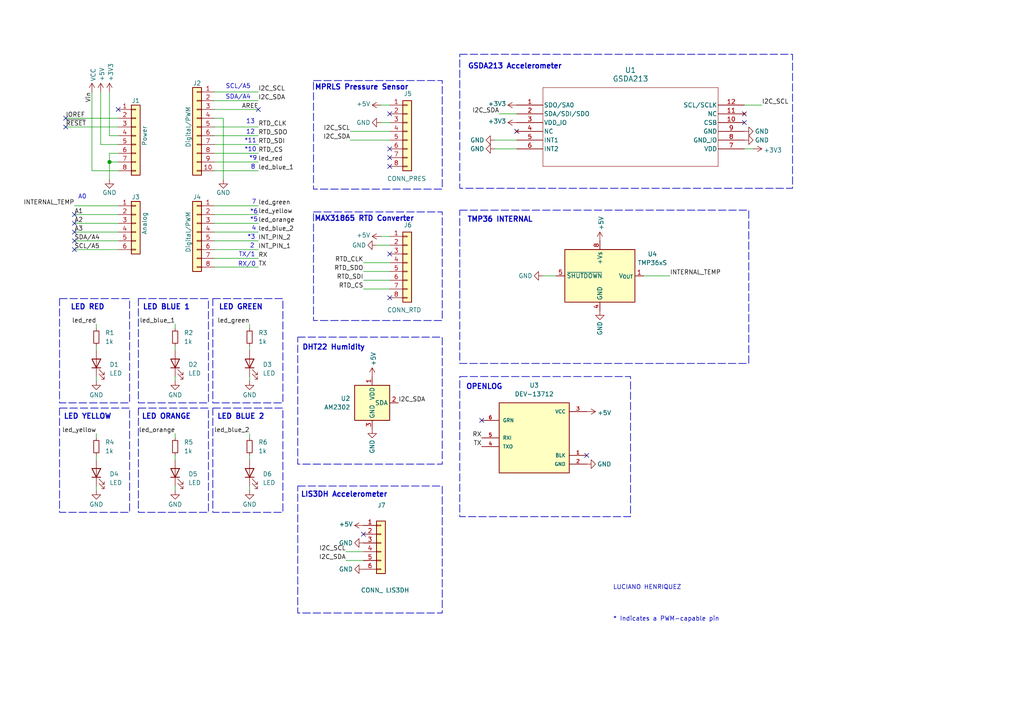
<source format=kicad_sch>
(kicad_sch (version 20231120) (generator "eeschema") (generator_version "8.0")
  (paper "A4")
  (title_block (date "mar. 31 mars 2015"))
  (lib_symbols
    (symbol "Connector_Generic:Conn_01x06" (pin_names (offset 1.016) hide)
      (property "Reference" "J" (at 0 7.62 0))
      (property "Value" "Conn_01x06" (at 0 -10.16 0))
      (symbol "Conn_01x06_1_1"
        (rectangle (start -1.27 -7.493) (end 0 -7.747) (stroke (width 0.1524)))
        (rectangle (start -1.27 -4.953) (end 0 -5.207) (stroke (width 0.1524)))
        (rectangle (start -1.27 -2.413) (end 0 -2.667) (stroke (width 0.1524)))
        (rectangle (start -1.27 0.127) (end 0 -0.127) (stroke (width 0.1524)))
        (rectangle (start -1.27 2.667) (end 0 2.413) (stroke (width 0.1524)))
        (rectangle (start -1.27 5.207) (end 0 4.953) (stroke (width 0.1524)))
        (rectangle (start -1.27 6.35) (end 1.27 -8.89) (stroke (width 0.254)) (fill (type background)))
        (pin passive line (at -5.08 5.08 0) (length 3.81) (name "Pin_1") (number "1"))
        (pin passive line (at -5.08 2.54 0) (length 3.81) (name "Pin_2") (number "2"))
        (pin passive line (at -5.08 0 0) (length 3.81) (name "Pin_3") (number "3"))
        (pin passive line (at -5.08 -2.54 0) (length 3.81) (name "Pin_4") (number "4"))
        (pin passive line (at -5.08 -5.08 0) (length 3.81) (name "Pin_5") (number "5"))
        (pin passive line (at -5.08 -7.62 0) (length 3.81) (name "Pin_6") (number "6"))
      )
    )
    (symbol "Connector_Generic:Conn_01x08" (pin_names (offset 1.016) hide)
      (property "Reference" "J" (at 0 10.16 0))
      (property "Value" "Conn_01x08" (at 0 -12.7 0))
      (symbol "Conn_01x08_1_1"
        (rectangle (start -1.27 -10.033) (end 0 -10.287) (stroke (width 0.1524)))
        (rectangle (start -1.27 -7.493) (end 0 -7.747) (stroke (width 0.1524)))
        (rectangle (start -1.27 -4.953) (end 0 -5.207) (stroke (width 0.1524)))
        (rectangle (start -1.27 -2.413) (end 0 -2.667) (stroke (width 0.1524)))
        (rectangle (start -1.27 0.127) (end 0 -0.127) (stroke (width 0.1524)))
        (rectangle (start -1.27 2.667) (end 0 2.413) (stroke (width 0.1524)))
        (rectangle (start -1.27 5.207) (end 0 4.953) (stroke (width 0.1524)))
        (rectangle (start -1.27 7.747) (end 0 7.493) (stroke (width 0.1524)))
        (rectangle (start -1.27 8.89) (end 1.27 -11.43) (stroke (width 0.254)) (fill (type background)))
        (pin passive line (at -5.08 7.62 0) (length 3.81) (name "Pin_1") (number "1"))
        (pin passive line (at -5.08 5.08 0) (length 3.81) (name "Pin_2") (number "2"))
        (pin passive line (at -5.08 2.54 0) (length 3.81) (name "Pin_3") (number "3"))
        (pin passive line (at -5.08 0 0) (length 3.81) (name "Pin_4") (number "4"))
        (pin passive line (at -5.08 -2.54 0) (length 3.81) (name "Pin_5") (number "5"))
        (pin passive line (at -5.08 -5.08 0) (length 3.81) (name "Pin_6") (number "6"))
        (pin passive line (at -5.08 -7.62 0) (length 3.81) (name "Pin_7") (number "7"))
        (pin passive line (at -5.08 -10.16 0) (length 3.81) (name "Pin_8") (number "8"))
      )
    )
    (symbol "Connector_Generic:Conn_01x10" (pin_names (offset 1.016) hide)
      (property "Reference" "J" (at 0 12.7 0))
      (property "Value" "Conn_01x10" (at 0 -15.24 0))
      (symbol "Conn_01x10_1_1"
        (rectangle (start -1.27 -12.573) (end 0 -12.827) (stroke (width 0.1524)))
        (rectangle (start -1.27 -10.033) (end 0 -10.287) (stroke (width 0.1524)))
        (rectangle (start -1.27 -7.493) (end 0 -7.747) (stroke (width 0.1524)))
        (rectangle (start -1.27 -4.953) (end 0 -5.207) (stroke (width 0.1524)))
        (rectangle (start -1.27 -2.413) (end 0 -2.667) (stroke (width 0.1524)))
        (rectangle (start -1.27 0.127) (end 0 -0.127) (stroke (width 0.1524)))
        (rectangle (start -1.27 2.667) (end 0 2.413) (stroke (width 0.1524)))
        (rectangle (start -1.27 5.207) (end 0 4.953) (stroke (width 0.1524)))
        (rectangle (start -1.27 7.747) (end 0 7.493) (stroke (width 0.1524)))
        (rectangle (start -1.27 10.287) (end 0 10.033) (stroke (width 0.1524)))
        (rectangle (start -1.27 11.43) (end 1.27 -13.97) (stroke (width 0.254)) (fill (type background)))
        (pin passive line (at -5.08 10.16 0) (length 3.81) (name "Pin_1") (number "1"))
        (pin passive line (at -5.08 -12.7 0) (length 3.81) (name "Pin_10") (number "10"))
        (pin passive line (at -5.08 7.62 0) (length 3.81) (name "Pin_2") (number "2"))
        (pin passive line (at -5.08 5.08 0) (length 3.81) (name "Pin_3") (number "3"))
        (pin passive line (at -5.08 2.54 0) (length 3.81) (name "Pin_4") (number "4"))
        (pin passive line (at -5.08 0 0) (length 3.81) (name "Pin_5") (number "5"))
        (pin passive line (at -5.08 -2.54 0) (length 3.81) (name "Pin_6") (number "6"))
        (pin passive line (at -5.08 -5.08 0) (length 3.81) (name "Pin_7") (number "7"))
        (pin passive line (at -5.08 -7.62 0) (length 3.81) (name "Pin_8") (number "8"))
        (pin passive line (at -5.08 -10.16 0) (length 3.81) (name "Pin_9") (number "9"))
      )
    )
    (symbol "Device:LED" (pin_numbers hide) (pin_names (offset 1.016) hide)
      (property "Reference" "D" (at 0 2.54 0))
      (property "Value" "LED" (at 0 -2.54 0))
      (symbol "LED_0_1"
        (polyline (pts (xy -1.27 -1.27) (xy -1.27 1.27)) (stroke (width 0.254)))
        (polyline (pts (xy -1.27 0) (xy 1.27 0)))
        (polyline (pts (xy 1.27 -1.27) (xy 1.27 1.27) (xy -1.27 0) (xy 1.27 -1.27)) (stroke (width 0.254)))
        (polyline (pts (xy -3.048 -0.762) (xy -4.572 -2.286) (xy -3.81 -2.286) (xy -4.572 -2.286) (xy -4.572 -1.524)))
        (polyline (pts (xy -1.778 -0.762) (xy -3.302 -2.286) (xy -2.54 -2.286) (xy -3.302 -2.286) (xy -3.302 -1.524)))
      )
      (symbol "LED_1_1"
        (pin passive line (at -3.81 0 0) (length 2.54) (name "K") (number "1"))
        (pin passive line (at 3.81 0 180) (length 2.54) (name "A") (number "2"))
      )
    )
    (symbol "Device:R_Small" (pin_numbers hide) (pin_names (offset 0.254) hide)
      (property "Reference" "R" (at 0.762 0.508 0))
      (property "Value" "R_Small" (at 0.762 -1.016 0))
      (symbol "R_Small_0_1"
        (rectangle (start -0.762 1.778) (end 0.762 -1.778) (stroke (width 0.2032)))
      )
      (symbol "R_Small_1_1"
        (pin passive line (at 0 2.54 270) (length 0.762) (name "~") (number "1"))
        (pin passive line (at 0 -2.54 90) (length 0.762) (name "~") (number "2"))
      )
    )
    (symbol "GSDA213:GSDA213" (pin_names (offset 0.254))
      (property "Reference" "U" (at 33.02 10.16 0))
      (property "Value" "GSDA213" (at 33.02 7.62 0))
      (symbol "GSDA213_0_1"
        (polyline (pts (xy 7.62 -17.78) (xy 58.42 -17.78)) (stroke (width 0.127)))
        (polyline (pts (xy 7.62 5.08) (xy 7.62 -17.78)) (stroke (width 0.127)))
        (polyline (pts (xy 58.42 -17.78) (xy 58.42 5.08)) (stroke (width 0.127)))
        (polyline (pts (xy 58.42 5.08) (xy 7.62 5.08)) (stroke (width 0.127)))
        (pin output line (at 0 0 0) (length 7.62) (name "SDO/SA0") (number "1"))
        (pin input line (at 66.04 -5.08 180) (length 7.62) (name "CSB") (number "10"))
        (pin no_connect line (at 66.04 -2.54 180) (length 7.62) (name "NC") (number "11"))
        (pin input line (at 66.04 0 180) (length 7.62) (name "SCL/SCLK") (number "12"))
        (pin bidirectional line (at 0 -2.54 0) (length 7.62) (name "SDA/SDI/SDO") (number "2"))
        (pin power_in line (at 0 -5.08 0) (length 7.62) (name "VDD_IO") (number "3"))
        (pin no_connect line (at 0 -7.62 0) (length 7.62) (name "NC") (number "4"))
        (pin output line (at 0 -10.16 0) (length 7.62) (name "INT1") (number "5"))
        (pin output line (at 0 -12.7 0) (length 7.62) (name "INT2") (number "6"))
        (pin power_in line (at 66.04 -12.7 180) (length 7.62) (name "VDD") (number "7"))
        (pin power_out line (at 66.04 -10.16 180) (length 7.62) (name "GND_IO") (number "8"))
        (pin power_out line (at 66.04 -7.62 180) (length 7.62) (name "GND") (number "9"))
      )
    )
    (symbol "OPENLOG:DEV-13712" (pin_names (offset 1.016))
      (property "Reference" "U" (at -10.16 10.922 0))
      (property "Value" "DEV-13712" (at -10.16 -12.7 0))
      (symbol "DEV-13712_0_0"
        (rectangle (start -10.16 -10.16) (end 10.16 10.16) (stroke (width 0.254)) (fill (type background)))
        (pin power_in line (at 15.24 -5.08 180) (length 5.08) (name "BLK") (number "1"))
        (pin power_in line (at 15.24 -7.62 180) (length 5.08) (name "GND") (number "2"))
        (pin power_in line (at 15.24 7.62 180) (length 5.08) (name "VCC") (number "3"))
        (pin output line (at -15.24 -2.54 0) (length 5.08) (name "TXO") (number "4"))
        (pin input line (at -15.24 0 0) (length 5.08) (name "RXI") (number "5"))
        (pin input line (at -15.24 5.08 0) (length 5.08) (name "GRN") (number "6"))
      )
    )
    (symbol "Sensor:AM2302"
      (property "Reference" "U" (at -3.81 6.35 0))
      (property "Value" "AM2302" (at 3.81 6.35 0))
      (symbol "AM2302_0_1"
        (rectangle (start -5.08 5.08) (end 5.08 -5.08) (stroke (width 0.254)) (fill (type background)))
      )
      (symbol "AM2302_1_1"
        (pin power_in line (at 0 7.62 270) (length 2.54) (name "VDD") (number "1"))
        (pin bidirectional line (at 7.62 0 180) (length 2.54) (name "SDA") (number "2"))
        (pin power_in line (at 0 -7.62 90) (length 2.54) (name "GND") (number "3"))
        (pin passive line (at 0 -7.62 90) (length 2.54) hide (name "GND") (number "4"))
      )
    )
    (symbol "Sensor_Temperature:TMP36xS"
      (property "Reference" "U" (at -8.89 8.89 0))
      (property "Value" "TMP36xS" (at 6.35 -8.89 0))
      (symbol "TMP36xS_0_1"
        (rectangle (start -10.16 7.62) (end 10.16 -7.62) (stroke (width 0.254)) (fill (type background)))
      )
      (symbol "TMP36xS_1_1"
        (pin output line (at 12.7 0 180) (length 2.54) (name "V_{OUT}") (number "1"))
        (pin power_in line (at 0 -10.16 90) (length 2.54) (name "GND") (number "4"))
        (pin input line (at -12.7 0 0) (length 2.54) (name "~{SHUTDOWN}") (number "5"))
        (pin power_in line (at 0 10.16 270) (length 2.54) (name "+Vs") (number "8"))
      )
    )
    (symbol "power:+3V3" (power) (pin_names (offset 0))
      (property "Value" "+3V3" (at 0 3.556 0))
      (symbol "+3V3_0_1"
        (polyline (pts (xy -0.762 1.27) (xy 0 2.54)))
        (polyline (pts (xy 0 0) (xy 0 2.54)))
        (polyline (pts (xy 0 2.54) (xy 0.762 1.27)))
      )
      (symbol "+3V3_1_1"
        (pin power_in line (at 0 0 90) (length 0) hide (name "+3V3") (number "1"))
      )
    )
    (symbol "power:+5V" (power) (pin_names (offset 0))
      (property "Value" "+5V" (at 0 3.556 0))
      (symbol "+5V_0_1"
        (polyline (pts (xy -0.762 1.27) (xy 0 2.54)))
        (polyline (pts (xy 0 0) (xy 0 2.54)))
        (polyline (pts (xy 0 2.54) (xy 0.762 1.27)))
      )
      (symbol "+5V_1_1"
        (pin power_in line (at 0 0 90) (length 0) hide (name "+5V") (number "1"))
      )
    )
    (symbol "power:GND" (power) (pin_names (offset 0))
      (property "Value" "GND" (at 0 -3.81 0))
      (symbol "GND_0_1"
        (polyline (pts (xy 0 0) (xy 0 -1.27) (xy 1.27 -1.27) (xy 0 -2.54) (xy -1.27 -1.27) (xy 0 -1.27)))
      )
      (symbol "GND_1_1"
        (pin power_in line (at 0 0 270) (length 0) hide (name "GND") (number "1"))
      )
    )
    (symbol "power:VCC" (power) (pin_names (offset 0))
      (property "Value" "VCC" (at 0 3.81 0))
      (symbol "VCC_0_1"
        (polyline (pts (xy -0.762 1.27) (xy 0 2.54)))
        (polyline (pts (xy 0 0) (xy 0 2.54)))
        (polyline (pts (xy 0 2.54) (xy 0.762 1.27)))
      )
      (symbol "VCC_1_1"
        (pin power_in line (at 0 0 90) (length 0) hide (name "VCC") (number "1"))
      )
    )
  )
  (junction (at 31.75 46.99) (diameter 1.016))
  (no_connect (at 113.03 45.72))
  (no_connect (at 21.59 62.23))
  (no_connect (at 113.03 73.66))
  (no_connect (at 149.86 38.1))
  (no_connect (at 19.05 34.29))
  (no_connect (at 21.59 69.85))
  (no_connect (at 113.03 48.26))
  (no_connect (at 170.18 132.08))
  (no_connect (at 113.03 86.36))
  (no_connect (at 105.41 154.94))
  (no_connect (at 21.59 67.31))
  (no_connect (at 113.03 43.18))
  (no_connect (at 74.93 31.75))
  (no_connect (at 21.59 64.77))
  (no_connect (at 215.9 33.02))
  (no_connect (at 21.59 72.39))
  (no_connect (at 215.9 35.56))
  (no_connect (at 19.05 36.83))
  (no_connect (at 139.7 121.92))
  (no_connect (at 34.29 31.75))
  (no_connect (at 113.03 33.02))
  (wire (pts (xy 62.23 77.47) (xy 74.93 77.47)))
  (wire (pts (xy 50.8 109.22) (xy 50.8 110.49)))
  (wire (pts (xy 62.23 44.45) (xy 74.93 44.45)))
  (wire (pts (xy 72.39 109.22) (xy 72.39 110.49)))
  (wire (pts (xy 105.41 81.28) (xy 113.03 81.28)))
  (wire (pts (xy 62.23 26.67) (xy 74.93 26.67)))
  (wire (pts (xy 144.78 33.02) (xy 149.86 33.02)))
  (wire (pts (xy 31.75 44.45) (xy 31.75 46.99)))
  (wire (pts (xy 21.59 72.39) (xy 34.29 72.39)))
  (wire (pts (xy 50.8 125.73) (xy 50.8 127)))
  (wire (pts (xy 215.9 43.18) (xy 218.44 43.18)))
  (wire (pts (xy 27.94 125.73) (xy 27.94 127)))
  (wire (pts (xy 72.39 93.98) (xy 72.39 95.25)))
  (wire (pts (xy 31.75 46.99) (xy 31.75 52.07)))
  (wire (pts (xy 31.75 39.37) (xy 34.29 39.37)))
  (wire (pts (xy 29.21 41.91) (xy 34.29 41.91)))
  (wire (pts (xy 100.33 162.56) (xy 105.41 162.56)))
  (wire (pts (xy 29.21 26.67) (xy 29.21 41.91)))
  (wire (pts (xy 50.8 140.97) (xy 50.8 142.24)))
  (wire (pts (xy 62.23 36.83) (xy 74.93 36.83)))
  (wire (pts (xy 31.75 26.67) (xy 31.75 39.37)))
  (wire (pts (xy 62.23 59.69) (xy 74.93 59.69)))
  (wire (pts (xy 34.29 59.69) (xy 21.59 59.69)))
  (wire (pts (xy 27.94 100.33) (xy 27.94 101.6)))
  (wire (pts (xy 62.23 39.37) (xy 74.93 39.37)))
  (wire (pts (xy 143.51 40.64) (xy 149.86 40.64)))
  (wire (pts (xy 62.23 62.23) (xy 74.93 62.23)))
  (wire (pts (xy 157.48 80.01) (xy 161.29 80.01)))
  (wire (pts (xy 110.49 68.58) (xy 113.03 68.58)))
  (wire (pts (xy 50.8 132.08) (xy 50.8 133.35)))
  (wire (pts (xy 62.23 46.99) (xy 74.93 46.99)))
  (wire (pts (xy 62.23 67.31) (xy 74.93 67.31)))
  (wire (pts (xy 72.39 100.33) (xy 72.39 101.6)))
  (wire (pts (xy 50.8 100.33) (xy 50.8 101.6)))
  (wire (pts (xy 19.05 34.29) (xy 34.29 34.29)))
  (wire (pts (xy 64.77 34.29) (xy 64.77 52.07)))
  (wire (pts (xy 186.69 80.01) (xy 194.31 80.01)))
  (wire (pts (xy 62.23 31.75) (xy 74.93 31.75)))
  (wire (pts (xy 50.8 93.98) (xy 50.8 95.25)))
  (wire (pts (xy 72.39 140.97) (xy 72.39 142.24)))
  (wire (pts (xy 34.29 64.77) (xy 21.59 64.77)))
  (wire (pts (xy 19.05 36.83) (xy 34.29 36.83)))
  (wire (pts (xy 34.29 46.99) (xy 31.75 46.99)))
  (wire (pts (xy 72.39 125.73) (xy 72.39 127)))
  (wire (pts (xy 105.41 78.74) (xy 113.03 78.74)))
  (wire (pts (xy 27.94 140.97) (xy 27.94 142.24)))
  (wire (pts (xy 101.6 40.64) (xy 113.03 40.64)))
  (wire (pts (xy 100.33 160.02) (xy 105.41 160.02)))
  (wire (pts (xy 34.29 49.53) (xy 26.67 49.53)))
  (wire (pts (xy 215.9 30.48) (xy 220.98 30.48)))
  (wire (pts (xy 21.59 62.23) (xy 34.29 62.23)))
  (wire (pts (xy 27.94 93.98) (xy 27.94 95.25)))
  (wire (pts (xy 62.23 34.29) (xy 64.77 34.29)))
  (wire (pts (xy 101.6 38.1) (xy 113.03 38.1)))
  (wire (pts (xy 34.29 44.45) (xy 31.75 44.45)))
  (wire (pts (xy 110.49 30.48) (xy 113.03 30.48)))
  (wire (pts (xy 62.23 41.91) (xy 74.93 41.91)))
  (wire (pts (xy 62.23 64.77) (xy 74.93 64.77)))
  (wire (pts (xy 21.59 67.31) (xy 34.29 67.31)))
  (wire (pts (xy 27.94 132.08) (xy 27.94 133.35)))
  (wire (pts (xy 109.22 71.12) (xy 113.03 71.12)))
  (wire (pts (xy 110.49 35.56) (xy 113.03 35.56)))
  (wire (pts (xy 105.41 76.2) (xy 113.03 76.2)))
  (wire (pts (xy 143.51 43.18) (xy 149.86 43.18)))
  (wire (pts (xy 62.23 29.21) (xy 74.93 29.21)))
  (wire (pts (xy 27.94 109.22) (xy 27.94 110.49)))
  (wire (pts (xy 62.23 72.39) (xy 74.93 72.39)))
  (wire (pts (xy 72.39 132.08) (xy 72.39 133.35)))
  (wire (pts (xy 62.23 69.85) (xy 74.93 69.85)))
  (wire (pts (xy 105.41 83.82) (xy 113.03 83.82)))
  (wire (pts (xy 62.23 74.93) (xy 74.93 74.93)))
  (wire (pts (xy 26.67 49.53) (xy 26.67 26.67)))
  (wire (pts (xy 34.29 69.85) (xy 21.59 69.85)))
  (wire (pts (xy 62.23 49.53) (xy 74.93 49.53)))
  (rectangle (start 61.722 118.364) (end 82.042 148.59) (stroke (width 0.2) (type dash)))
  (rectangle (start 17.272 118.364) (end 37.592 148.59) (stroke (width 0.2) (type dash)))
  (rectangle (start 17.272 86.614) (end 37.592 116.84) (stroke (width 0.2) (type dash)))
  (rectangle (start 133.35 60.96) (end 217.17 105.41) (stroke (width 0.2) (type dash)))
  (rectangle (start 90.932 23.368) (end 128.27 54.864) (stroke (width 0.2) (type dash)))
  (rectangle (start 86.36 140.97) (end 128.27 177.8) (stroke (width 0.2) (type dash)))
  (rectangle (start 86.36 97.79) (end 128.27 134.62) (stroke (width 0.2) (type dash)))
  (rectangle (start 133.35 15.748) (end 229.87 54.61) (stroke (width 0.2) (type dash)))
  (rectangle (start 40.132 86.614) (end 60.452 116.84) (stroke (width 0.2) (type dash)))
  (rectangle (start 40.132 118.364) (end 60.452 148.59) (stroke (width 0.2) (type dash)))
  (rectangle (start 133.35 109.22) (end 182.88 149.86) (stroke (width 0.2) (type dash)))
  (rectangle (start 90.932 61.468) (end 128.27 92.964) (stroke (width 0.2) (type dash)))
  (rectangle (start 61.722 86.614) (end 82.042 116.84) (stroke (width 0.2) (type dash)))
  (text "2" (at 73.152 71.374 0) (effects (font (size 1.27 1.27))))
  (text "LED GREEN\n" (at 69.85 89.154 0) (effects (font (size 1.5 1.5) (thickness 0.3) (bold yes))))
  (text "DHT22 Humidity\n" (at 96.774 100.838 0) (effects (font (size 1.5 1.5) (thickness 0.3) (bold yes))))
  (text "LED BLUE 1\n" (at 48.26 89.154 0) (effects (font (size 1.5 1.5) (thickness 0.3) (bold yes))))
  (text "TMP36 INTERNAL\n" (at 145.034 63.754 0) (effects (font (size 1.5 1.5) (thickness 0.3) (bold yes))))
  (text "*6" (at 73.66 61.468 0) (effects (font (size 1.27 1.27))))
  (text "LED RED\n" (at 25.4 89.154 0) (effects (font (size 1.5 1.5) (thickness 0.3) (bold yes))))
  (text "MAX31865 RTD Converter" (at 105.664 63.5 0) (effects (font (size 1.5 1.5) (thickness 0.3) (bold yes))))
  (text "*10\n" (at 72.644 43.434 0) (effects (font (size 1.27 1.27))))
  (text "RX/0\n" (at 71.628 76.708 0) (effects (font (size 1.27 1.27))))
  (text "4" (at 73.66 66.294 0) (effects (font (size 1.27 1.27))))
  (text "OPENLOG\n" (at 140.462 112.268 0) (effects (font (size 1.5 1.5) (thickness 0.3) (bold yes))))
  (text "8" (at 73.406 48.514 0) (effects (font (size 1.27 1.27))))
  (text "A0\n\n" (at 23.876 58.166 0) (effects (font (size 1.27 1.27))))
  (text "7\n" (at 73.66 58.674 0) (effects (font (size 1.27 1.27))))
  (text "LED BLUE 2" (at 69.85 120.904 0) (effects (font (size 1.5 1.5) (thickness 0.3) (bold yes))))
  (text "LED ORANGE" (at 48.26 120.904 0) (effects (font (size 1.5 1.5) (thickness 0.3) (bold yes))))
  (text "SCL/A5\n\n" (at 69.088 26.162 0) (effects (font (size 1.27 1.27))))
  (text "MPRLS Pressure Sensor\n" (at 104.902 25.4 0) (effects (font (size 1.5 1.5) (thickness 0.3) (bold yes))))
  (text "*3\n" (at 72.898 68.834 0) (effects (font (size 1.27 1.27))))
  (text "LIS3DH Accelerometer\n" (at 99.822 143.51 0) (effects (font (size 1.5 1.5) (thickness 0.3) (bold yes))))
  (text "*9\n" (at 73.406 45.974 0) (effects (font (size 1.27 1.27))))
  (text "GSDA213 Accelerometer\n" (at 149.352 19.304 0) (effects (font (size 1.5 1.5) (thickness 0.3) (bold yes))))
  (text "*5\n" (at 73.66 63.754 0) (effects (font (size 1.27 1.27))))
  (text "*11\n" (at 72.644 40.894 0) (effects (font (size 1.27 1.27))))
  (text "LED YELLOW\n" (at 25.4 120.904 0) (effects (font (size 1.5 1.5) (thickness 0.3) (bold yes))))
  (text "* Indicates a PWM-capable pin" (at 177.8 180.34 0) (effects (font (size 1.27 1.27)) (justify left bottom)))
  (text "TX/1\n" (at 71.628 73.914 0) (effects (font (size 1.27 1.27))))
  (text "13\n" (at 72.644 35.306 0) (effects (font (size 1.27 1.27))))
  (text "SDA/A4\n" (at 69.088 28.194 0) (effects (font (size 1.27 1.27))))
  (text "LUCIANO HENRIQUEZ\n" (at 187.706 170.434 0) (effects (font (size 1.27 1.27))))
  (text "12\n" (at 72.644 38.354 0) (effects (font (size 1.27 1.27))))
  (label "RX" (at 74.93 74.93 0))
  (label "A2" (at 21.59 64.77 0))
  (label "led_green" (at 72.39 93.98 180))
  (label "RTD_SDI" (at 74.93 41.91 0))
  (label "led_yellow" (at 74.93 62.23 0))
  (label "I2C_SDA" (at 100.33 162.56 180))
  (label "led_blue_2" (at 72.39 125.73 180))
  (label "INTERNAL_TEMP" (at 21.59 59.69 180))
  (label "RTD_CLK" (at 105.41 76.2 180))
  (label "A3" (at 21.59 67.31 0))
  (label "TX" (at 74.93 77.47 0))
  (label "TX" (at 139.7 129.54 180))
  (label "~{RESET}" (at 19.05 36.83 0))
  (label "led_green" (at 74.93 59.69 0))
  (label "I2C_SCL" (at 220.98 30.48 0))
  (label "RTD_SDO" (at 105.41 78.74 180))
  (label "INT_PIN_1" (at 74.93 72.39 0))
  (label "led_blue_2" (at 74.93 67.31 0))
  (label "RTD_CS" (at 105.41 83.82 180))
  (label "INT_PIN_2" (at 74.93 69.85 0))
  (label "RTD_CLK" (at 74.93 36.83 0))
  (label "led_red" (at 74.93 46.99 0))
  (label "I2C_SCL" (at 101.6 38.1 180))
  (label "led_blue_1" (at 50.8 93.98 180))
  (label "RX" (at 139.7 127 180))
  (label "I2C_SDA" (at 144.78 33.02 180))
  (label "I2C_SCL" (at 74.93 26.67 0))
  (label "led_red" (at 27.94 93.98 180))
  (label "A1" (at 21.59 62.23 0))
  (label "RTD_SDI" (at 105.41 81.28 180))
  (label "I2C_SCL" (at 100.33 160.02 180))
  (label "led_orange" (at 74.93 64.77 0))
  (label "led_orange" (at 50.8 125.73 180))
  (label "RTD_CS" (at 74.93 44.45 0))
  (label "I2C_SDA" (at 115.57 116.84 0))
  (label "AREF" (at 74.93 31.75 180))
  (label "RTD_SDO" (at 74.93 39.37 0))
  (label "led_yellow" (at 27.94 125.73 180))
  (label "I2C_SDA" (at 74.93 29.21 0))
  (label "Vin" (at 26.67 26.67 270))
  (label "led_blue_1" (at 74.93 49.53 0))
  (label "I2C_SDA" (at 101.6 40.64 180))
  (label "IOREF" (at 19.05 34.29 0))
  (label "SDA{slash}A4" (at 21.59 69.85 0))
  (label "SCL{slash}A5" (at 21.59 72.39 0))
  (label "INTERNAL_TEMP" (at 194.31 80.01 0))
  (symbol (lib_id "Connector_Generic:Conn_01x08") (at 39.37 39.37 0) (unit 1)
    (property "Reference" "J1" (at 39.37 29.21 0))
    (property "Value" "Power" (at 41.91 39.37 90))
    (property "Footprint" "Connector_PinSocket_2.54mm:PinSocket_1x08_P2.54mm_Vertical" (effects (hide yes)))
  )
  (symbol (lib_id "power:+3V3") (at 31.75 26.67 0) (unit 1)
    (property "Reference" "#PWR03" (effects (hide yes)))
    (property "Value" "+3V3" (at 32.131 23.622 90) (effects (justify left)))
  )
  (symbol (lib_id "power:+5V") (at 29.21 26.67 0) (unit 1)
    (property "Reference" "#PWR02" (effects (hide yes)))
    (property "Value" "+5V" (at 29.5656 23.622 90) (effects (justify left)))
  )
  (symbol (lib_id "power:GND") (at 31.75 52.07 0) (unit 1)
    (property "Reference" "#PWR04" (effects (hide yes)))
    (property "Value" "GND" (at 31.75 55.88 0))
  )
  (symbol (lib_id "Connector_Generic:Conn_01x10") (at 57.15 36.83 0) (mirror y) (unit 1)
    (property "Reference" "J2" (at 57.15 24.13 0))
    (property "Value" "Digital/PWM" (at 54.61 36.83 90))
    (property "Footprint" "Connector_PinSocket_2.54mm:PinSocket_1x10_P2.54mm_Vertical" (effects (hide yes)))
  )
  (symbol (lib_id "power:GND") (at 64.77 52.07 0) (unit 1)
    (property "Reference" "#PWR05" (effects (hide yes)))
    (property "Value" "GND" (at 64.77 55.88 0))
  )
  (symbol (lib_id "Connector_Generic:Conn_01x06") (at 39.37 64.77 0) (unit 1)
    (property "Reference" "J3" (at 39.37 57.15 0))
    (property "Value" "Analog" (at 41.91 64.77 90))
    (property "Footprint" "Connector_PinSocket_2.54mm:PinSocket_1x06_P2.54mm_Vertical" (effects (hide yes)))
  )
  (symbol (lib_id "Connector_Generic:Conn_01x08") (at 57.15 67.31 0) (mirror y) (unit 1)
    (property "Reference" "J4" (at 57.15 57.15 0))
    (property "Value" "Digital/PWM" (at 54.61 67.31 90))
    (property "Footprint" "Connector_PinSocket_2.54mm:PinSocket_1x08_P2.54mm_Vertical" (effects (hide yes)))
  )
  (symbol (lib_id "Connector_Generic:Conn_01x06") (at 110.49 157.48 0) (unit 1)
    (property "Reference" "J7" (at 109.474 146.558 0) (effects (justify left)))
    (property "Value" "CONN_ LIS3DH" (at 104.648 171.196 0) (effects (justify left)))
    (property "Footprint" "Connector_PinSocket_2.54mm:PinSocket_1x06_P2.54mm_Vertical" (effects (hide yes)))
    (property "Description" "Generic connector, single row, 01x06, script generated (kicad-library-utils/schlib/autogen/connector/)" (effects (hide yes)))
  )
  (symbol (lib_id "power:+3V3") (at 218.44 43.18 270) (unit 1)
    (property "Reference" "#PWR010" (effects (hide yes)))
    (property "Value" "+3V3" (at 221.488 43.561 90) (effects (justify left)))
  )
  (symbol (lib_id "power:GND") (at 50.8 110.49 0) (unit 1)
    (property "Reference" "#PWR020" (effects (hide yes)))
    (property "Value" "GND" (at 50.8 114.554 0))
  )
  (symbol (lib_id "power:+5V") (at 107.95 109.22 0) (unit 1)
    (property "Reference" "#PWR017" (effects (hide yes)))
    (property "Value" "+5V" (at 108.3056 106.172 90) (effects (justify left)))
  )
  (symbol (lib_id "power:GND") (at 157.48 80.01 270) (unit 1)
    (property "Reference" "#PWR027" (effects (hide yes)))
    (property "Value" "GND" (at 152.4 80.01 90))
  )
  (symbol (lib_id "power:+5V") (at 110.49 68.58 90) (unit 1)
    (property "Reference" "#PWR08" (effects (hide yes)))
    (property "Value" "+5V" (at 107.442 68.2244 90) (effects (justify left)))
  )
  (symbol (lib_id "power:GND") (at 109.22 71.12 270) (unit 1)
    (property "Reference" "#PWR09" (effects (hide yes)))
    (property "Value" "GND" (at 104.14 71.12 90))
  )
  (symbol (lib_id "Device:LED") (at 27.94 137.16 90) (unit 1)
    (property "Reference" "D4" (at 31.75 137.4774 90) (effects (justify right)))
    (property "Value" "LED" (at 31.75 140.0174 90) (effects (justify right)))
    (property "Footprint" "LED_THT:LED_D5.0mm" (effects (hide yes)))
    (property "Description" "Light emitting diode" (effects (hide yes)))
  )
  (symbol (lib_id "power:+3V3") (at 149.86 30.48 90) (unit 1)
    (property "Reference" "#PWR028" (effects (hide yes)))
    (property "Value" "+3V3" (at 146.812 30.099 90) (effects (justify left)))
  )
  (symbol (lib_id "power:GND") (at 72.39 142.24 0) (unit 1)
    (property "Reference" "#PWR024" (effects (hide yes)))
    (property "Value" "GND" (at 72.39 146.304 0))
  )
  (symbol (lib_id "Connector_Generic:Conn_01x08") (at 118.11 38.1 0) (unit 1)
    (property "Reference" "J5" (at 117.094 27.178 0) (effects (justify left)))
    (property "Value" "CONN_PRES" (at 112.268 51.816 0) (effects (justify left)))
    (property "Footprint" "Connector_PinSocket_2.54mm:PinSocket_1x08_P2.54mm_Vertical" (effects (hide yes)))
    (property "Description" "Generic connector, single row, 01x08, script generated (kicad-library-utils/schlib/autogen/connector/)" (effects (hide yes)))
  )
  (symbol (lib_id "power:+5V") (at 105.41 152.4 90) (unit 1)
    (property "Reference" "#PWR030" (effects (hide yes)))
    (property "Value" "+5V" (at 102.362 152.0444 90) (effects (justify left)))
  )
  (symbol (lib_id "Device:R_Small") (at 27.94 129.54 0) (unit 1)
    (property "Reference" "R4" (at 30.48 128.2699 0) (effects (justify left)))
    (property "Value" "1k" (at 30.48 130.8099 0) (effects (justify left)))
    (property "Footprint" "Resistor_THT:R_Axial_DIN0207_L6.3mm_D2.5mm_P10.16mm_Horizontal" (effects (hide yes)))
    (property "Description" "Resistor, small symbol" (effects (hide yes)))
  )
  (symbol (lib_id "power:GND") (at 50.8 142.24 0) (unit 1)
    (property "Reference" "#PWR022" (effects (hide yes)))
    (property "Value" "GND" (at 50.8 146.304 0))
  )
  (symbol (lib_id "power:+3V3") (at 149.86 35.56 90) (unit 1)
    (property "Reference" "#PWR011" (effects (hide yes)))
    (property "Value" "+3V3" (at 146.812 35.179 90) (effects (justify left)))
  )
  (symbol (lib_id "Device:LED") (at 50.8 137.16 90) (unit 1)
    (property "Reference" "D5" (at 54.61 137.4774 90) (effects (justify right)))
    (property "Value" "LED" (at 54.61 140.0174 90) (effects (justify right)))
    (property "Footprint" "LED_THT:LED_D5.0mm" (effects (hide yes)))
    (property "Description" "Light emitting diode" (effects (hide yes)))
  )
  (symbol (lib_id "power:+5V") (at 170.18 119.38 270) (unit 1)
    (property "Reference" "#PWR025" (effects (hide yes)))
    (property "Value" "+5V" (at 173.228 119.7356 90) (effects (justify left)))
  )
  (symbol (lib_id "GSDA213:GSDA213") (at 149.86 30.48 0) (unit 1)
    (property "Reference" "U1" (at 182.88 20.32 0) (effects (font (size 1.524 1.524))))
    (property "Value" "GSDA213" (at 182.88 22.86 0) (effects (font (size 1.524 1.524))))
    (property "Footprint" "LGA12_GAS" (effects (hide yes)))
    (property "Datasheet" "GSDA213" (effects (hide yes)))
  )
  (symbol (lib_id "power:VCC") (at 26.67 26.67 0) (unit 1)
    (property "Reference" "#PWR01" (effects (hide yes)))
    (property "Value" "VCC" (at 27.051 23.622 90) (effects (justify left)))
  )
  (symbol (lib_id "power:GND") (at 143.51 43.18 270) (unit 1)
    (property "Reference" "#PWR029" (effects (hide yes)))
    (property "Value" "GND" (at 138.43 43.18 90))
  )
  (symbol (lib_id "power:GND") (at 27.94 110.49 0) (unit 1)
    (property "Reference" "#PWR019" (effects (hide yes)))
    (property "Value" "GND" (at 27.94 114.554 0))
  )
  (symbol (lib_id "power:GND") (at 170.18 134.62 90) (unit 1)
    (property "Reference" "#PWR026" (effects (hide yes)))
    (property "Value" "GND" (at 175.26 134.62 90))
  )
  (symbol (lib_id "power:GND") (at 105.41 165.1 270) (unit 1)
    (property "Reference" "#PWR032" (effects (hide yes)))
    (property "Value" "GND" (at 100.33 165.1 90))
  )
  (symbol (lib_id "Device:R_Small") (at 72.39 129.54 0) (unit 1)
    (property "Reference" "R6" (at 74.93 128.2699 0) (effects (justify left)))
    (property "Value" "1k" (at 74.93 130.8099 0) (effects (justify left)))
    (property "Footprint" "Resistor_THT:R_Axial_DIN0207_L6.3mm_D2.5mm_P10.16mm_Horizontal" (effects (hide yes)))
    (property "Description" "Resistor, small symbol" (effects (hide yes)))
  )
  (symbol (lib_id "power:GND") (at 105.41 157.48 270) (unit 1)
    (property "Reference" "#PWR031" (effects (hide yes)))
    (property "Value" "GND" (at 100.33 157.48 90))
  )
  (symbol (lib_id "Device:R_Small") (at 72.39 97.79 0) (unit 1)
    (property "Reference" "R3" (at 74.93 96.5199 0) (effects (justify left)))
    (property "Value" "1k" (at 74.93 99.0599 0) (effects (justify left)))
    (property "Footprint" "Resistor_THT:R_Axial_DIN0207_L6.3mm_D2.5mm_P10.16mm_Horizontal" (effects (hide yes)))
    (property "Description" "Resistor, small symbol" (effects (hide yes)))
  )
  (symbol (lib_id "power:GND") (at 107.95 124.46 0) (unit 1)
    (property "Reference" "#PWR018" (effects (hide yes)))
    (property "Value" "GND" (at 107.95 129.54 90))
  )
  (symbol (lib_id "Device:LED") (at 50.8 105.41 90) (unit 1)
    (property "Reference" "D2" (at 54.61 105.7274 90) (effects (justify right)))
    (property "Value" "LED" (at 54.61 108.2674 90) (effects (justify right)))
    (property "Footprint" "LED_THT:LED_D5.0mm" (effects (hide yes)))
    (property "Description" "Light emitting diode" (effects (hide yes)))
  )
  (symbol (lib_id "Device:R_Small") (at 50.8 97.79 0) (unit 1)
    (property "Reference" "R2" (at 53.34 96.5199 0) (effects (justify left)))
    (property "Value" "1k" (at 53.34 99.0599 0) (effects (justify left)))
    (property "Footprint" "Resistor_THT:R_Axial_DIN0207_L6.3mm_D2.5mm_P10.16mm_Horizontal" (effects (hide yes)))
    (property "Description" "Resistor, small symbol" (effects (hide yes)))
  )
  (symbol (lib_id "power:GND") (at 27.94 142.24 0) (unit 1)
    (property "Reference" "#PWR021" (effects (hide yes)))
    (property "Value" "GND" (at 27.94 146.304 0))
  )
  (symbol (lib_id "Device:R_Small") (at 27.94 97.79 0) (unit 1)
    (property "Reference" "R1" (at 30.48 96.5199 0) (effects (justify left)))
    (property "Value" "1k" (at 30.48 99.0599 0) (effects (justify left)))
    (property "Footprint" "Resistor_THT:R_Axial_DIN0207_L6.3mm_D2.5mm_P10.16mm_Horizontal" (effects (hide yes)))
    (property "Description" "Resistor, small symbol" (effects (hide yes)))
  )
  (symbol (lib_id "Device:LED") (at 72.39 105.41 90) (unit 1)
    (property "Reference" "D3" (at 76.2 105.7274 90) (effects (justify right)))
    (property "Value" "LED" (at 76.2 108.2674 90) (effects (justify right)))
    (property "Footprint" "LED_THT:LED_D5.0mm" (effects (hide yes)))
    (property "Description" "Light emitting diode" (effects (hide yes)))
  )
  (symbol (lib_id "Connector_Generic:Conn_01x08") (at 118.11 76.2 0) (unit 1)
    (property "Reference" "J6" (at 117.094 65.278 0) (effects (justify left)))
    (property "Value" "CONN_RTD" (at 112.268 89.916 0) (effects (justify left)))
    (property "Footprint" "Connector_PinSocket_2.54mm:PinSocket_1x08_P2.54mm_Vertical" (effects (hide yes)))
    (property "Description" "Generic connector, single row, 01x08, script generated (kicad-library-utils/schlib/autogen/connector/)" (effects (hide yes)))
  )
  (symbol (lib_id "power:GND") (at 215.9 38.1 90) (unit 1)
    (property "Reference" "#PWR012" (effects (hide yes)))
    (property "Value" "GND" (at 220.98 38.1 90))
  )
  (symbol (lib_id "power:GND") (at 173.99 90.17 0) (unit 1)
    (property "Reference" "#PWR015" (effects (hide yes)))
    (property "Value" "GND" (at 173.99 95.25 90))
  )
  (symbol (lib_id "Device:LED") (at 72.39 137.16 90) (unit 1)
    (property "Reference" "D6" (at 76.2 137.4774 90) (effects (justify right)))
    (property "Value" "LED" (at 76.2 140.0174 90) (effects (justify right)))
    (property "Footprint" "LED_THT:LED_D5.0mm" (effects (hide yes)))
    (property "Description" "Light emitting diode" (effects (hide yes)))
  )
  (symbol (lib_id "Sensor_Temperature:TMP36xS") (at 173.99 80.01 0) (unit 1)
    (property "Reference" "U4" (at 189.23 73.6914 0))
    (property "Value" "TMP36xS" (at 189.23 76.2314 0))
    (property "Footprint" "Package_SO:SOIC-8_3.9x4.9mm_P1.27mm" (effects (hide yes)))
    (property "Datasheet" "https://www.analog.com/media/en/technical-documentation/data-sheets/TMP35_36_37.pdf" (effects (hide yes)))
    (property "Description" "Low Voltage Temperature Sensor, SOIC-8" (effects (hide yes)))
  )
  (symbol (lib_id "power:GND") (at 143.51 40.64 270) (unit 1)
    (property "Reference" "#PWR014" (effects (hide yes)))
    (property "Value" "GND" (at 138.43 40.64 90))
  )
  (symbol (lib_id "power:GND") (at 72.39 110.49 0) (unit 1)
    (property "Reference" "#PWR023" (effects (hide yes)))
    (property "Value" "GND" (at 72.39 114.554 0))
  )
  (symbol (lib_id "power:+5V") (at 173.99 69.85 0) (unit 1)
    (property "Reference" "#PWR016" (effects (hide yes)))
    (property "Value" "+5V" (at 174.3456 66.802 90) (effects (justify left)))
  )
  (symbol (lib_id "power:+5V") (at 110.49 30.48 90) (unit 1)
    (property "Reference" "#PWR06" (effects (hide yes)))
    (property "Value" "+5V" (at 107.442 30.1244 90) (effects (justify left)))
  )
  (symbol (lib_id "power:GND") (at 215.9 40.64 90) (unit 1)
    (property "Reference" "#PWR013" (effects (hide yes)))
    (property "Value" "GND" (at 220.98 40.64 90))
  )
  (symbol (lib_id "power:GND") (at 110.49 35.56 270) (unit 1)
    (property "Reference" "#PWR07" (effects (hide yes)))
    (property "Value" "GND" (at 105.41 35.56 90))
  )
  (symbol (lib_id "OPENLOG:DEV-13712") (at 154.94 127 0) (unit 1)
    (property "Reference" "U3" (at 154.94 111.76 0))
    (property "Value" "DEV-13712" (at 154.94 114.3 0))
    (property "Footprint" "OPENLOG:MODULE_DEV-13712" (effects (hide yes)))
    (property "MF" "Sparkfun Electronics" (effects (hide yes)))
    (property "Description_1" "\n                        \n                            OpenLog Data Logger [SparkFun Electronics] DEV-13712 OpenLog Data Logger 845156006540\n                        \n" (effects (hide yes)))
    (property "Package" "None" (effects (hide yes)))
    (property "Price" "None" (effects (hide yes)))
    (property "Check_prices" "https://www.snapeda.com/parts/DEV13712/SparkFun/view-part/?ref=eda" (effects (hide yes)))
    (property "STANDARD" "Manufacturer Recommendations" (effects (hide yes)))
    (property "PARTREV" "v15" (effects (hide yes)))
    (property "SnapEDA_Link" "https://www.snapeda.com/parts/DEV13712/SparkFun/view-part/?ref=snap" (effects (hide yes)))
    (property "MP" "DEV13712" (effects (hide yes)))
    (property "MANUFACTURER" "SparkFun" (effects (hide yes)))
    (property "Availability" "In Stock" (effects (hide yes)))
    (property "SNAPEDA_PN" "DEV-13712" (effects (hide yes)))
  )
  (symbol (lib_id "Device:LED") (at 27.94 105.41 90) (unit 1)
    (property "Reference" "D1" (at 31.75 105.7274 90) (effects (justify right)))
    (property "Value" "LED" (at 31.75 108.2674 90) (effects (justify right)))
    (property "Footprint" "LED_THT:LED_D5.0mm" (effects (hide yes)))
    (property "Description" "Light emitting diode" (effects (hide yes)))
  )
  (symbol (lib_id "Sensor:AM2302") (at 107.95 116.84 0) (unit 1)
    (property "Reference" "U2" (at 101.6 115.5699 0) (effects (justify right)))
    (property "Value" "AM2302" (at 101.6 118.1099 0) (effects (justify right)))
    (property "Footprint" "Sensor:ASAIR_AM2302_P2.54mm_Vertical" (effects (hide yes)))
    (property "Datasheet" "http://akizukidenshi.com/download/ds/aosong/AM2302.pdf" (effects (hide yes)))
    (property "Description" "3.3 to 5.0V, Temperature and humidity module,  DHT22, AM2302" (effects (hide yes)))
  )
  (symbol (lib_id "Device:R_Small") (at 50.8 129.54 0) (unit 1)
    (property "Reference" "R5" (at 53.34 128.2699 0) (effects (justify left)))
    (property "Value" "1k" (at 53.34 130.8099 0) (effects (justify left)))
    (property "Footprint" "Resistor_THT:R_Axial_DIN0207_L6.3mm_D2.5mm_P10.16mm_Horizontal" (effects (hide yes)))
    (property "Description" "Resistor, small symbol" (effects (hide yes)))
  )
)
</source>
